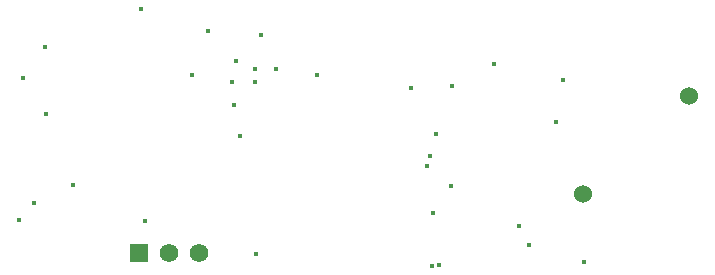
<source format=gbr>
G04*
G04 #@! TF.GenerationSoftware,Altium Limited,Altium Designer,25.8.1 (18)*
G04*
G04 Layer_Physical_Order=2*
G04 Layer_Color=36540*
%FSLAX44Y44*%
%MOMM*%
G71*
G04*
G04 #@! TF.SameCoordinates,2BA7E10B-6E93-4220-B227-DF091A9E169F*
G04*
G04*
G04 #@! TF.FilePolarity,Positive*
G04*
G01*
G75*
%ADD43C,1.5700*%
%ADD44R,1.5700X1.5700*%
%ADD51C,0.4000*%
%ADD52C,1.5240*%
D43*
X-131629Y-92102D02*
D03*
X-157029D02*
D03*
D44*
X-182429D02*
D03*
D51*
X-261865Y25458D02*
D03*
X-284043Y-64430D02*
D03*
X-271864Y-49913D02*
D03*
X-79542Y92367D02*
D03*
X-83665Y-92809D02*
D03*
X-97536Y7365D02*
D03*
X-66802Y64007D02*
D03*
X-100584Y70611D02*
D03*
X64008Y-9653D02*
D03*
X61214Y-18289D02*
D03*
X70866Y-102617D02*
D03*
X81788Y-35561D02*
D03*
X-280670Y55879D02*
D03*
X-32004Y58673D02*
D03*
X-84582Y64007D02*
D03*
X68834Y9084D02*
D03*
X170180Y18541D02*
D03*
X138589Y-69597D02*
D03*
X147599Y-85681D02*
D03*
X-103886Y53085D02*
D03*
X-84822D02*
D03*
X-102334Y33498D02*
D03*
X-238506Y-34799D02*
D03*
X-262636Y82601D02*
D03*
X66040Y-58421D02*
D03*
X194310Y-99823D02*
D03*
X65278Y-103125D02*
D03*
X-181102Y114553D02*
D03*
X176022Y54355D02*
D03*
X82042Y49275D02*
D03*
X117856Y68325D02*
D03*
X47244Y47243D02*
D03*
X-138185Y58263D02*
D03*
X-124185Y95757D02*
D03*
X-177292Y-64771D02*
D03*
D52*
X283149Y41032D02*
D03*
X193149Y-41968D02*
D03*
M02*

</source>
